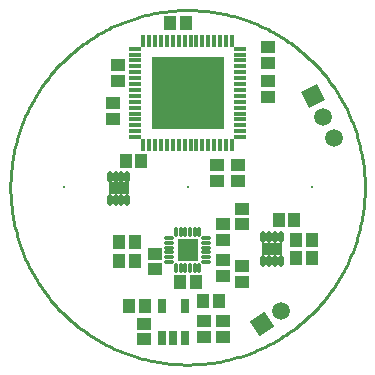
<source format=gbs>
G04*
G04 #@! TF.GenerationSoftware,Altium Limited,Altium Designer,22.0.2 (36)*
G04*
G04 Layer_Color=16711935*
%FSLAX25Y25*%
%MOIN*%
G70*
G04*
G04 #@! TF.SameCoordinates,88A3576D-DDBD-4DCA-BD86-A28AD9FD0996*
G04*
G04*
G04 #@! TF.FilePolarity,Negative*
G04*
G01*
G75*
%ADD13C,0.01000*%
%ADD15R,0.04737X0.04343*%
%ADD23R,0.04540X0.04147*%
%ADD24C,0.05918*%
%ADD25P,0.08369X4X78.0*%
%ADD26P,0.08369X4X342.0*%
%ADD27C,0.00800*%
%ADD53R,0.07099X0.04343*%
G04:AMPARAMS|DCode=54|XSize=37.13mil|YSize=19.02mil|CornerRadius=5.38mil|HoleSize=0mil|Usage=FLASHONLY|Rotation=90.000|XOffset=0mil|YOffset=0mil|HoleType=Round|Shape=RoundedRectangle|*
%AMROUNDEDRECTD54*
21,1,0.03713,0.00827,0,0,90.0*
21,1,0.02638,0.01902,0,0,90.0*
1,1,0.01076,0.00413,0.01319*
1,1,0.01076,0.00413,-0.01319*
1,1,0.01076,-0.00413,-0.01319*
1,1,0.01076,-0.00413,0.01319*
%
%ADD54ROUNDEDRECTD54*%
%ADD55R,0.04343X0.04737*%
%ADD56R,0.04147X0.04540*%
%ADD57R,0.02965X0.04737*%
%ADD58R,0.04186X0.01824*%
%ADD59R,0.01824X0.04186*%
%ADD60R,0.24422X0.24422*%
G04:AMPARAMS|DCode=61|XSize=33.2mil|YSize=16.66mil|CornerRadius=5.08mil|HoleSize=0mil|Usage=FLASHONLY|Rotation=0.000|XOffset=0mil|YOffset=0mil|HoleType=Round|Shape=RoundedRectangle|*
%AMROUNDEDRECTD61*
21,1,0.03320,0.00650,0,0,0.0*
21,1,0.02303,0.01666,0,0,0.0*
1,1,0.01016,0.01152,-0.00325*
1,1,0.01016,-0.01152,-0.00325*
1,1,0.01016,-0.01152,0.00325*
1,1,0.01016,0.01152,0.00325*
%
%ADD61ROUNDEDRECTD61*%
G04:AMPARAMS|DCode=62|XSize=33.2mil|YSize=16.66mil|CornerRadius=5.08mil|HoleSize=0mil|Usage=FLASHONLY|Rotation=90.000|XOffset=0mil|YOffset=0mil|HoleType=Round|Shape=RoundedRectangle|*
%AMROUNDEDRECTD62*
21,1,0.03320,0.00650,0,0,90.0*
21,1,0.02303,0.01666,0,0,90.0*
1,1,0.01016,0.00325,0.01152*
1,1,0.01016,0.00325,-0.01152*
1,1,0.01016,-0.00325,-0.01152*
1,1,0.01016,-0.00325,0.01152*
%
%ADD62ROUNDEDRECTD62*%
%ADD63R,0.06863X0.07493*%
D13*
X59055Y0D02*
X59047Y1000D01*
X59021Y2000D01*
X58979Y2999D01*
X58920Y3997D01*
X58843Y4995D01*
X58750Y5991D01*
X58641Y6985D01*
X58514Y7977D01*
X58371Y8967D01*
X58210Y9954D01*
X58033Y10938D01*
X57840Y11919D01*
X57630Y12897D01*
X57403Y13871D01*
X57160Y14841D01*
X56900Y15807D01*
X56624Y16769D01*
X56332Y17725D01*
X56024Y18677D01*
X55700Y19623D01*
X55359Y20563D01*
X55003Y21498D01*
X54631Y22426D01*
X54244Y23348D01*
X53841Y24263D01*
X53422Y25172D01*
X52988Y26073D01*
X52539Y26966D01*
X52075Y27852D01*
X51595Y28730D01*
X51101Y29600D01*
X50593Y30461D01*
X50070Y31313D01*
X49532Y32157D01*
X48981Y32991D01*
X48415Y33816D01*
X47835Y34631D01*
X47242Y35436D01*
X46635Y36231D01*
X46015Y37015D01*
X45381Y37789D01*
X44735Y38552D01*
X44076Y39305D01*
X43404Y40045D01*
X42719Y40775D01*
X42023Y41492D01*
X41314Y42198D01*
X40593Y42892D01*
X39861Y43573D01*
X39118Y44242D01*
X38363Y44898D01*
X37597Y45541D01*
X36820Y46171D01*
X36033Y46788D01*
X35236Y47392D01*
X34428Y47982D01*
X33610Y48558D01*
X32783Y49120D01*
X31947Y49668D01*
X31101Y50202D01*
X30246Y50721D01*
X29383Y51226D01*
X28511Y51717D01*
X27631Y52192D01*
X26744Y52653D01*
X25848Y53098D01*
X24945Y53528D01*
X24035Y53943D01*
X23118Y54342D01*
X22195Y54726D01*
X21264Y55094D01*
X20328Y55446D01*
X19387Y55782D01*
X18439Y56103D01*
X17486Y56407D01*
X16529Y56695D01*
X15566Y56967D01*
X14599Y57222D01*
X13628Y57461D01*
X12653Y57684D01*
X11674Y57890D01*
X10692Y58079D01*
X9707Y58252D01*
X8719Y58408D01*
X7729Y58547D01*
X6736Y58670D01*
X5742Y58775D01*
X4746Y58864D01*
X3748Y58936D01*
X2749Y58991D01*
X1750Y59029D01*
X750Y59050D01*
X-250Y59055D01*
X-1250Y59042D01*
X-2250Y59012D01*
X-3249Y58966D01*
X-4247Y58902D01*
X-5244Y58822D01*
X-6239Y58725D01*
X-7233Y58610D01*
X-8224Y58480D01*
X-9214Y58332D01*
X-10200Y58167D01*
X-11184Y57986D01*
X-12164Y57789D01*
X-13141Y57574D01*
X-14114Y57344D01*
X-15083Y57096D01*
X-16048Y56833D01*
X-17008Y56553D01*
X-17964Y56257D01*
X-18914Y55944D01*
X-19858Y55616D01*
X-20797Y55272D01*
X-21731Y54912D01*
X-22657Y54536D01*
X-23578Y54144D01*
X-24491Y53737D01*
X-25398Y53315D01*
X-26297Y52877D01*
X-27189Y52424D01*
X-28073Y51956D01*
X-28948Y51473D01*
X-29816Y50976D01*
X-30675Y50463D01*
X-31525Y49937D01*
X-32366Y49396D01*
X-33198Y48840D01*
X-34021Y48271D01*
X-34833Y47688D01*
X-35636Y47091D01*
X-36428Y46481D01*
X-37210Y45858D01*
X-37981Y45221D01*
X-38742Y44571D01*
X-39491Y43909D01*
X-40229Y43234D01*
X-40955Y42546D01*
X-41670Y41846D01*
X-42373Y41135D01*
X-43063Y40411D01*
X-43741Y39676D01*
X-44407Y38930D01*
X-45060Y38172D01*
X-45700Y37404D01*
X-46327Y36624D01*
X-46940Y35835D01*
X-47541Y35034D01*
X-48127Y34224D01*
X-48700Y33404D01*
X-49258Y32575D01*
X-49803Y31736D01*
X-50333Y30888D01*
X-50849Y30031D01*
X-51350Y29166D01*
X-51837Y28292D01*
X-52309Y27410D01*
X-52765Y26520D01*
X-53207Y25623D01*
X-53633Y24718D01*
X-54044Y23806D01*
X-54440Y22888D01*
X-54819Y21962D01*
X-55183Y21031D01*
X-55532Y20093D01*
X-55864Y19150D01*
X-56180Y18201D01*
X-56480Y17247D01*
X-56764Y16288D01*
X-57032Y15325D01*
X-57284Y14357D01*
X-57518Y13384D01*
X-57737Y12408D01*
X-57939Y11429D01*
X-58124Y10446D01*
X-58293Y9460D01*
X-58444Y8472D01*
X-58579Y7481D01*
X-58698Y6488D01*
X-58799Y5493D01*
X-58884Y4496D01*
X-58951Y3498D01*
X-59002Y2499D01*
X-59036Y1500D01*
X-59053Y500D01*
X-59053Y-500D01*
X-59036Y-1500D01*
X-59002Y-2500D01*
X-58951Y-3499D01*
X-58884Y-4497D01*
X-58799Y-5493D01*
X-58698Y-6488D01*
X-58579Y-7481D01*
X-58444Y-8472D01*
X-58292Y-9461D01*
X-58124Y-10447D01*
X-57938Y-11429D01*
X-57737Y-12409D01*
X-57518Y-13385D01*
X-57283Y-14357D01*
X-57032Y-15325D01*
X-56764Y-16289D01*
X-56480Y-17248D01*
X-56180Y-18202D01*
X-55864Y-19151D01*
X-55532Y-20094D01*
X-55183Y-21031D01*
X-54819Y-21963D01*
X-54439Y-22888D01*
X-54044Y-23807D01*
X-53633Y-24719D01*
X-53207Y-25623D01*
X-52765Y-26521D01*
X-52308Y-27411D01*
X-51837Y-28292D01*
X-51350Y-29166D01*
X-50849Y-30032D01*
X-50333Y-30889D01*
X-49803Y-31736D01*
X-49258Y-32575D01*
X-48699Y-33405D01*
X-48127Y-34225D01*
X-47540Y-35035D01*
X-46940Y-35835D01*
X-46326Y-36625D01*
X-45700Y-37404D01*
X-45059Y-38173D01*
X-44407Y-38930D01*
X-43741Y-39677D01*
X-43063Y-40412D01*
X-42372Y-41135D01*
X-41669Y-41847D01*
X-40955Y-42546D01*
X-40229Y-43234D01*
X-39491Y-43909D01*
X-38741Y-44572D01*
X-37981Y-45221D01*
X-37210Y-45858D01*
X-36428Y-46481D01*
X-35635Y-47092D01*
X-34833Y-47688D01*
X-34020Y-48272D01*
X-33198Y-48841D01*
X-32366Y-49396D01*
X-31525Y-49937D01*
X-30674Y-50464D01*
X-29816Y-50976D01*
X-28948Y-51473D01*
X-28072Y-51956D01*
X-27188Y-52424D01*
X-26296Y-52877D01*
X-25397Y-53315D01*
X-24491Y-53737D01*
X-23577Y-54145D01*
X-22657Y-54536D01*
X-21730Y-54912D01*
X-20797Y-55272D01*
X-19858Y-55616D01*
X-18913Y-55945D01*
X-17963Y-56257D01*
X-17008Y-56553D01*
X-16048Y-56833D01*
X-15083Y-57097D01*
X-14114Y-57344D01*
X-13141Y-57575D01*
X-12164Y-57789D01*
X-11183Y-57986D01*
X-10200Y-58168D01*
X-9213Y-58332D01*
X-8224Y-58480D01*
X-7232Y-58611D01*
X-6239Y-58725D01*
X-5244Y-58822D01*
X-4247Y-58902D01*
X-3249Y-58966D01*
X-2249Y-59012D01*
X-1250Y-59042D01*
X-250Y-59055D01*
X750Y-59050D01*
X1750Y-59029D01*
X2750Y-58991D01*
X3748Y-58936D01*
X4746Y-58864D01*
X5742Y-58775D01*
X6736Y-58670D01*
X7729Y-58547D01*
X8719Y-58408D01*
X9707Y-58252D01*
X10692Y-58079D01*
X11674Y-57890D01*
X12653Y-57684D01*
X13628Y-57461D01*
X14599Y-57222D01*
X15566Y-56967D01*
X16529Y-56695D01*
X17486Y-56407D01*
X18439Y-56103D01*
X19387Y-55782D01*
X20328Y-55446D01*
X21264Y-55094D01*
X22195Y-54726D01*
X23118Y-54342D01*
X24035Y-53943D01*
X24945Y-53528D01*
X25848Y-53098D01*
X26744Y-52653D01*
X27631Y-52192D01*
X28511Y-51717D01*
X29383Y-51227D01*
X30246Y-50722D01*
X31101Y-50202D01*
X31947Y-49668D01*
X32783Y-49120D01*
X33610Y-48558D01*
X34428Y-47982D01*
X35235Y-47392D01*
X36033Y-46788D01*
X36820Y-46171D01*
X37597Y-45541D01*
X38363Y-44898D01*
X39117Y-44242D01*
X39861Y-43573D01*
X40593Y-42892D01*
X41314Y-42198D01*
X42022Y-41493D01*
X42719Y-40775D01*
X43403Y-40046D01*
X44075Y-39305D01*
X44735Y-38553D01*
X45381Y-37790D01*
X46014Y-37016D01*
X46635Y-36231D01*
X47242Y-35436D01*
X47835Y-34631D01*
X48415Y-33816D01*
X48980Y-32991D01*
X49532Y-32157D01*
X50069Y-31314D01*
X50593Y-30461D01*
X51101Y-29600D01*
X51595Y-28731D01*
X52074Y-27853D01*
X52539Y-26967D01*
X52988Y-26073D01*
X53422Y-25172D01*
X53840Y-24264D01*
X54243Y-23349D01*
X54631Y-22427D01*
X55003Y-21498D01*
X55359Y-20564D01*
X55699Y-19623D01*
X56024Y-18677D01*
X56332Y-17726D01*
X56624Y-16769D01*
X56900Y-15808D01*
X57160Y-14842D01*
X57403Y-13872D01*
X57629Y-12898D01*
X57840Y-11920D01*
X58033Y-10939D01*
X58210Y-9955D01*
X58370Y-8967D01*
X58514Y-7978D01*
X58640Y-6986D01*
X58750Y-5991D01*
X58843Y-4996D01*
X58920Y-3999D01*
X58979Y-3000D01*
X59021Y-2001D01*
X59047Y-1001D01*
X59055Y-1D01*
Y0D01*
D15*
X26772Y35335D02*
D03*
Y30020D02*
D03*
X18110Y-31398D02*
D03*
Y-26083D02*
D03*
X11811Y-49713D02*
D03*
Y-44398D02*
D03*
X5512D02*
D03*
Y-49713D02*
D03*
X16929Y2067D02*
D03*
Y7382D02*
D03*
X-23228Y35531D02*
D03*
Y40846D02*
D03*
X9843Y2067D02*
D03*
Y7382D02*
D03*
X-24803Y28248D02*
D03*
Y22933D02*
D03*
X11811Y-12303D02*
D03*
Y-17618D02*
D03*
Y-24114D02*
D03*
Y-29429D02*
D03*
D23*
X26772Y41535D02*
D03*
Y46654D02*
D03*
X-14567Y-45472D02*
D03*
Y-50591D02*
D03*
X18110Y-12205D02*
D03*
Y-7087D02*
D03*
X-11024Y-27362D02*
D03*
Y-22244D02*
D03*
D24*
X31255Y-41163D02*
D03*
X45276Y23355D02*
D03*
X48850Y16339D02*
D03*
D25*
X24651Y-45451D02*
D03*
D26*
X41701Y30370D02*
D03*
D27*
X0Y0D02*
D03*
X41339D02*
D03*
X-41339D02*
D03*
D53*
X-23031Y-335D02*
D03*
X28120Y-20531D02*
D03*
D54*
X-20079Y3543D02*
D03*
X-22047D02*
D03*
X-24016D02*
D03*
X-25984D02*
D03*
Y-4213D02*
D03*
X-24016D02*
D03*
X-22047D02*
D03*
X-20079D02*
D03*
X31073Y-16654D02*
D03*
X29104D02*
D03*
X27136D02*
D03*
X25167D02*
D03*
Y-24409D02*
D03*
X27136D02*
D03*
X29104D02*
D03*
X31073D02*
D03*
D55*
X-22736Y-18110D02*
D03*
X-17421D02*
D03*
Y-24409D02*
D03*
X-22736D02*
D03*
X-14272Y-39370D02*
D03*
X-19587D02*
D03*
X10531Y-37795D02*
D03*
X5217D02*
D03*
X36092Y-17382D02*
D03*
X41407D02*
D03*
Y-23681D02*
D03*
X36092D02*
D03*
X-5807Y54724D02*
D03*
X-492D02*
D03*
X2657Y-31496D02*
D03*
X-2657D02*
D03*
D56*
X-15551Y8661D02*
D03*
X-20669D02*
D03*
X35600Y-11024D02*
D03*
X30482D02*
D03*
D57*
X-984Y-39567D02*
D03*
X-8465D02*
D03*
Y-50197D02*
D03*
X-4724D02*
D03*
X-984D02*
D03*
D58*
X17461Y46260D02*
D03*
Y44291D02*
D03*
Y42323D02*
D03*
Y40354D02*
D03*
Y38386D02*
D03*
Y36417D02*
D03*
Y34449D02*
D03*
Y32480D02*
D03*
Y30512D02*
D03*
Y28543D02*
D03*
Y26575D02*
D03*
Y24606D02*
D03*
Y22638D02*
D03*
Y20669D02*
D03*
Y18701D02*
D03*
Y16732D02*
D03*
X-17461D02*
D03*
Y18701D02*
D03*
Y20669D02*
D03*
Y22638D02*
D03*
Y24606D02*
D03*
Y26575D02*
D03*
Y28543D02*
D03*
Y30512D02*
D03*
Y32480D02*
D03*
Y34449D02*
D03*
Y36417D02*
D03*
Y38386D02*
D03*
Y40354D02*
D03*
Y42323D02*
D03*
Y44291D02*
D03*
Y46260D02*
D03*
D59*
X-14764Y48957D02*
D03*
X-12795D02*
D03*
X-10827D02*
D03*
X-8858D02*
D03*
X-6890D02*
D03*
X-4921D02*
D03*
X-2953D02*
D03*
X-984D02*
D03*
X984D02*
D03*
X2953D02*
D03*
X4921D02*
D03*
X6890D02*
D03*
X8858D02*
D03*
X10827D02*
D03*
X12795D02*
D03*
X14764D02*
D03*
Y14035D02*
D03*
X12795D02*
D03*
X10827D02*
D03*
X8858D02*
D03*
X6890D02*
D03*
X4921D02*
D03*
X2953D02*
D03*
X984D02*
D03*
X-984D02*
D03*
X-2953D02*
D03*
X-4921D02*
D03*
X-6890D02*
D03*
X-8858D02*
D03*
X-10827D02*
D03*
X-12795D02*
D03*
X-14764D02*
D03*
D60*
X0Y31496D02*
D03*
D61*
X-6083Y-16929D02*
D03*
Y-18504D02*
D03*
Y-20079D02*
D03*
Y-21654D02*
D03*
Y-23228D02*
D03*
Y-24803D02*
D03*
X6083D02*
D03*
Y-23228D02*
D03*
Y-21654D02*
D03*
Y-20079D02*
D03*
Y-18504D02*
D03*
Y-16929D02*
D03*
D62*
X-3937Y-26949D02*
D03*
X-2362D02*
D03*
X-787D02*
D03*
X787D02*
D03*
X2362D02*
D03*
X3937D02*
D03*
Y-14784D02*
D03*
X2362D02*
D03*
X787D02*
D03*
X-787D02*
D03*
X-2362D02*
D03*
X-3937D02*
D03*
D63*
X0Y-20866D02*
D03*
M02*

</source>
